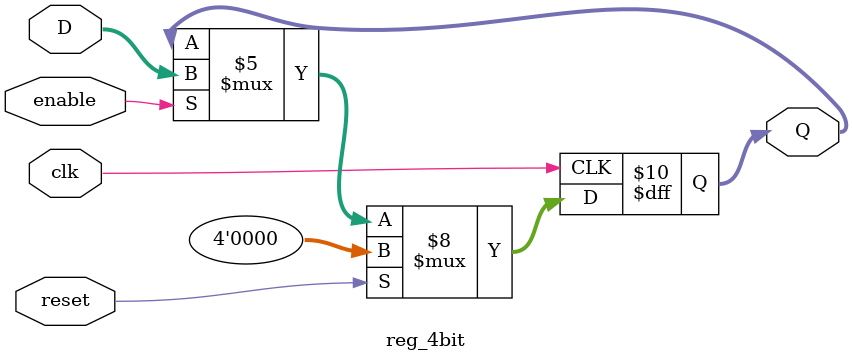
<source format=v>

module reg_4bit (D, Q, clk, enable, reset);
	
	input [3:0] D;
	input clk, enable, reset;
	output reg [3:0] Q;
	
	always @(negedge clk) begin
		
		if(reset == 1) Q <= 0;
		else if(enable == 1) Q <= D;
		else Q <= Q;
		
	end
	
endmodule

</source>
